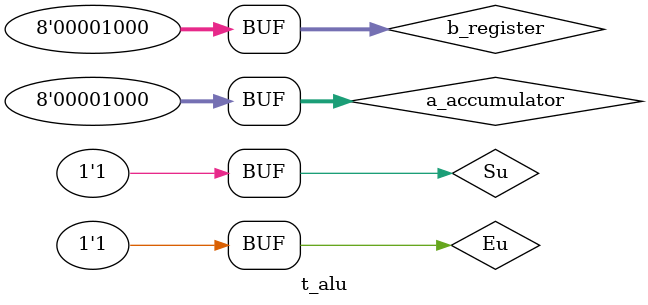
<source format=v>
/**
 * 8-bit ALU (ADD,SUBTRACT)
 *
 * Input :
 * a_accumulator  = data From Accumulator
 * b_register     = data From Register B.
 * Su             = Operation: 0 = Add, 1 = Sub
 * Eu             = Enable output to WBUS
 *
 * Output :
 * out_alu_result = Data to BUS.
 */
module alu (
			output [7:0]  out_alu_result,
			input  [7:0]  a_accumulator,
			input  [7:0]  b_register,
			input         Su,         // 0: ADD, 1: SUBTRACT
			input         Eu );

	parameter High_Impedance = 8'bzzzz_zzzz;
	parameter Zero_State     = 8'b0000_0000;
			
   reg [7:0] result ;

   initial begin
		result <= Zero_State;
   end

   assign out_alu_result = (Eu) ? result : High_Impedance;
   
   always @(*) begin
   
		result = Su ? (a_accumulator - b_register) : (a_accumulator + b_register);

   end
   
endmodule
/***************************************************************************/
module t_alu ;

wire [7:0] out_alu_result;
reg  [7:0] a_accumulator;
reg  [7:0] b_register;
reg        Su;
reg        Eu;

alu ALU (out_alu_result,a_accumulator,b_register,Su,Eu);

initial begin 

     a_accumulator = 8'd10 ; b_register = 8'd2 ; Su = 1'b0; Eu = 1'b0;
#100 a_accumulator = 8'd10 ; b_register = 8'd5 ; Su = 1'b0; Eu = 1'b0;
#100 a_accumulator = 8'd10 ; b_register = 8'd5 ; Su = 1'b0; Eu = 1'b1;
#100 a_accumulator = 8'd12 ; b_register = 8'd1 ; Su = 1'b0; Eu = 1'b1;
#100 a_accumulator = 8'd12 ; b_register = 8'd2 ; Su = 1'b0; Eu = 1'b0;
#100 a_accumulator = 8'd10 ; b_register = 8'd5 ; Su = 1'b1; Eu = 1'b0;
#100 a_accumulator = 8'd10 ; b_register = 8'd5 ; Su = 1'b1; Eu = 1'b1;
#100 a_accumulator = 8'd10 ; b_register = 8'd2 ; Su = 1'b1; Eu = 1'b1;
#100 a_accumulator = 8'd7  ; b_register = 8'd2 ; Su = 1'b1; Eu = 1'b1;
#100 a_accumulator = 8'd6  ; b_register = 8'd7 ; Su = 1'b1; Eu = 1'b1;
#100 a_accumulator = 8'd8  ; b_register = 8'd8 ; Su = 1'b1; Eu = 1'b1;

end

endmodule

</source>
